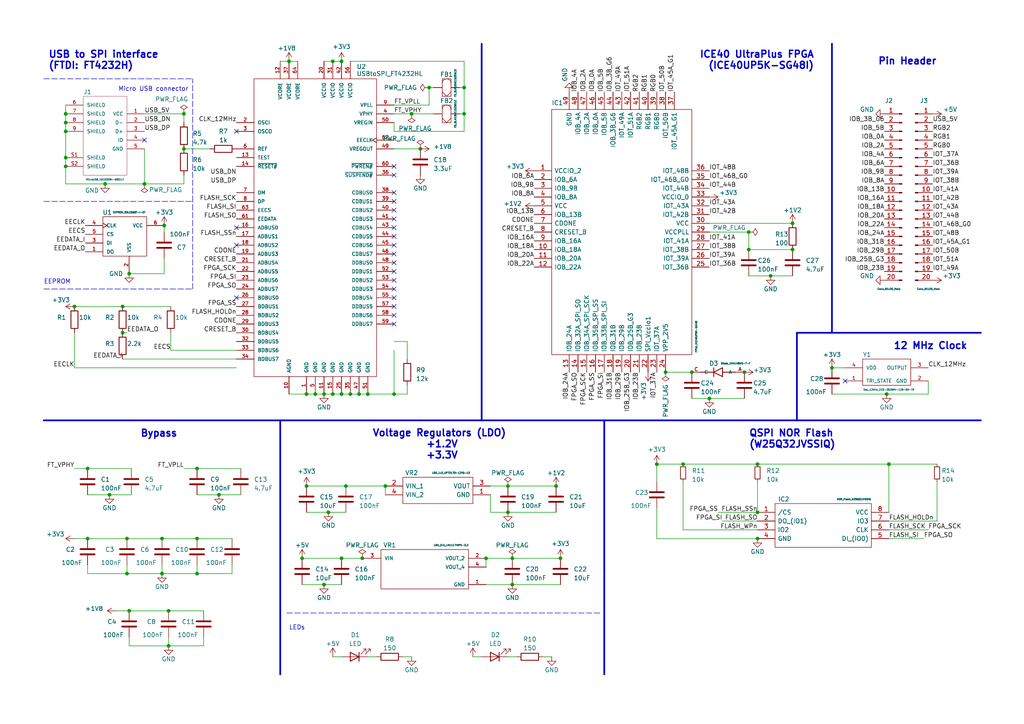
<source format=kicad_sch>
(kicad_sch (version 20230121) (generator eeschema)
  (paper "A4")
  (title_block (title "NB3 Hindbrain (FPGA) Board") (date "2021-07-09") (rev "0.0.1") (company "Voight-Kampff"))
  (junction (at 47.625 65.405) (diameter 0.9144))
  (junction (at 223.52 80.01) (diameter 0.9144))
  (junction (at 88.9 140.97) (diameter 0.9144))
  (junction (at 100.33 140.97) (diameter 0.9144))
  (junction (at 99.06 17.78) (diameter 0.9144))
  (junction (at 19.05 38.1) (diameter 0.9144))
  (junction (at 36.83 166.37) (diameter 0.9144))
  (junction (at 83.82 17.78) (diameter 0.9144))
  (junction (at 25.4 156.21) (diameter 0.9144))
  (junction (at 88.9 114.3))
  (junction (at 140.97 161.925) (diameter 0.9144))
  (junction (at 119.38 33.02) (diameter 0.9144))
  (junction (at 19.05 45.72) (diameter 0.9144))
  (junction (at 104.14 114.3))
  (junction (at 19.05 48.26) (diameter 0.9144))
  (junction (at 105.0848 161.925) (diameter 0.9144))
  (junction (at 99.06 161.925) (diameter 0.9144))
  (junction (at 25.4 135.89) (diameter 0.9144))
  (junction (at 57.15 135.89) (diameter 0.9144))
  (junction (at 95.25 148.59) (diameter 0.9144))
  (junction (at 229.87 64.77) (diameter 0.9144))
  (junction (at 200.66 107.95) (diameter 0.9144))
  (junction (at 57.15 166.37) (diameter 0.9144))
  (junction (at 36.83 156.21) (diameter 0.9144))
  (junction (at 190.5 134.62) (diameter 0.9144))
  (junction (at 106.68 114.3))
  (junction (at 96.52 17.78))
  (junction (at 198.12 134.62) (diameter 0.9144))
  (junction (at 41.91 53.34) (diameter 0.9144))
  (junction (at 241.3 106.68) (diameter 0.9144))
  (junction (at 219.71 148.59) (diameter 0.9144))
  (junction (at 46.99 156.21) (diameter 0.9144))
  (junction (at 148.59 169.545) (diameter 0.9144))
  (junction (at 147.32 148.59) (diameter 0.9144))
  (junction (at 93.98 114.3) (diameter 0.9144))
  (junction (at 219.71 156.21) (diameter 0.9144))
  (junction (at 219.71 134.62) (diameter 0.9144))
  (junction (at 63.5 143.51) (diameter 0.9144))
  (junction (at 53.34 33.02) (diameter 0.9144))
  (junction (at 30.48 53.34) (diameter 0.9144))
  (junction (at 37.465 177.165) (diameter 0.9144))
  (junction (at 121.92 43.18) (diameter 0.9144))
  (junction (at 147.32 140.97) (diameter 0.9144))
  (junction (at 57.15 156.21) (diameter 0.9144))
  (junction (at 114.3 114.3) (diameter 0.9144))
  (junction (at 31.75 143.51) (diameter 0.9144))
  (junction (at 148.59 161.925) (diameter 0.9144))
  (junction (at 48.895 177.165) (diameter 0.9144))
  (junction (at 257.175 114.3) (diameter 0.9144))
  (junction (at 205.74 115.57) (diameter 0.9144))
  (junction (at 87.63 161.925) (diameter 0.9144))
  (junction (at 101.6 114.3))
  (junction (at 37.465 79.375) (diameter 0.9144))
  (junction (at 91.44 114.3))
  (junction (at 21.59 88.9) (diameter 0.9144))
  (junction (at 217.17 67.31) (diameter 0.9144))
  (junction (at 96.52 114.3))
  (junction (at 19.05 35.56) (diameter 0.9144))
  (junction (at 161.29 140.97) (diameter 0.9144))
  (junction (at 35.56 88.9) (diameter 0.9144))
  (junction (at 215.9 107.95) (diameter 0.9144))
  (junction (at 46.99 166.37) (diameter 0.9144))
  (junction (at 134.62 33.02) (diameter 0.9144))
  (junction (at 229.87 72.39) (diameter 0.9144))
  (junction (at 53.34 43.18) (diameter 0.9144))
  (junction (at 257.81 134.62) (diameter 0.9144))
  (junction (at 111.76 140.97) (diameter 0.9144))
  (junction (at 99.06 114.3))
  (junction (at 193.04 107.95) (diameter 0.9144))
  (junction (at 35.56 96.52) (diameter 0.9144))
  (junction (at 93.98 169.545) (diameter 0.9144))
  (junction (at 124.46 25.4) (diameter 0.9144))
  (junction (at 162.56 161.925) (diameter 0.9144))
  (junction (at 48.895 187.325) (diameter 0.9144))
  (junction (at 19.05 33.02) (diameter 0.9144))
  (junction (at 134.62 25.4) (diameter 0.9144))
  (junction (at 217.17 72.39) (diameter 0.9144))
  (no_connect (at 114.3 48.26))
  (no_connect (at 114.3 50.8))
  (no_connect (at 68.58 66.04))
  (no_connect (at 68.58 71.12))
  (no_connect (at 114.3 55.88))
  (no_connect (at 114.3 58.42))
  (no_connect (at 114.3 60.96))
  (no_connect (at 114.3 63.5))
  (no_connect (at 114.3 66.04))
  (no_connect (at 114.3 68.58))
  (no_connect (at 114.3 71.12))
  (no_connect (at 114.3 73.66))
  (no_connect (at 114.3 76.2))
  (no_connect (at 114.3 78.74))
  (no_connect (at 114.3 81.28))
  (no_connect (at 114.3 83.82))
  (no_connect (at 114.3 86.36))
  (no_connect (at 114.3 88.9))
  (no_connect (at 114.3 91.44))
  (no_connect (at 114.3 93.98))
  (no_connect (at 245.11 110.49))
  (no_connect (at 68.58 38.1))
  (no_connect (at 68.58 86.36))
  (no_connect (at 41.91 40.64))
  (wire (pts (xy 37.465 177.165) (xy 48.895 177.165)))
  (wire (pts (xy 91.44 114.3) (xy 93.98 114.3)))
  (wire (pts (xy 217.17 67.31) (xy 217.17 72.39)))
  (wire (pts (xy 21.59 135.89) (xy 25.4 135.89)))
  (wire (pts (xy 25.4 135.89) (xy 38.1 135.89)))
  (polyline (pts (xy 241.3 96.52) (xy 284.48 96.52)) (stroke (width 0.5) (type solid)))
  (polyline (pts (xy 83.185 177.8) (xy 173.99 177.8)) (stroke (width 0) (type dash)))
  (wire (pts (xy 19.05 48.26) (xy 19.05 53.34)))
  (wire (pts (xy 19.05 53.34) (xy 30.48 53.34)))
  (wire (pts (xy 140.97 161.925) (xy 140.97 164.465)))
  (wire (pts (xy 114.3 114.3) (xy 114.3 101.6)))
  (wire (pts (xy 142.24 140.97) (xy 147.32 140.97)))
  (wire (pts (xy 46.99 166.37) (xy 57.15 166.37)))
  (wire (pts (xy 57.15 166.37) (xy 57.15 163.83)))
  (wire (pts (xy 25.4 166.37) (xy 36.83 166.37)))
  (wire (pts (xy 140.97 161.925) (xy 148.59 161.925)))
  (wire (pts (xy 30.48 53.34) (xy 41.91 53.34)))
  (wire (pts (xy 41.91 53.34) (xy 41.91 43.18)))
  (wire (pts (xy 41.91 33.02) (xy 53.34 33.02)))
  (wire (pts (xy 53.34 33.02) (xy 53.34 35.56)))
  (wire (pts (xy 63.5 143.51) (xy 69.85 143.51)))
  (wire (pts (xy 19.05 38.1) (xy 19.05 45.72)))
  (wire (pts (xy 100.33 140.97) (xy 111.76 140.97)))
  (wire (pts (xy 114.3 43.18) (xy 121.92 43.18)))
  (wire (pts (xy 87.63 169.545) (xy 93.98 169.545)))
  (wire (pts (xy 93.98 169.545) (xy 99.06 169.545)))
  (wire (pts (xy 21.59 88.9) (xy 35.56 88.9)))
  (wire (pts (xy 205.74 64.77) (xy 229.87 64.77)))
  (wire (pts (xy 88.9 140.97) (xy 100.33 140.97)))
  (wire (pts (xy 41.91 53.34) (xy 53.34 53.34)))
  (wire (pts (xy 53.34 53.34) (xy 53.34 50.8)))
  (wire (pts (xy 46.99 156.21) (xy 57.15 156.21)))
  (wire (pts (xy 48.895 177.165) (xy 59.055 177.165)))
  (wire (pts (xy 101.6 114.3) (xy 104.14 114.3)))
  (wire (pts (xy 133.35 25.4) (xy 134.62 25.4)))
  (wire (pts (xy 87.63 161.925) (xy 99.06 161.925)))
  (wire (pts (xy 217.17 80.01) (xy 223.52 80.01)))
  (wire (pts (xy 223.52 80.01) (xy 229.87 80.01)))
  (wire (pts (xy 53.34 135.89) (xy 57.15 135.89)))
  (wire (pts (xy 57.15 135.89) (xy 69.85 135.89)))
  (wire (pts (xy 133.35 33.02) (xy 134.62 33.02)))
  (wire (pts (xy 88.9 148.59) (xy 95.25 148.59)))
  (wire (pts (xy 96.52 114.3) (xy 99.06 114.3)))
  (polyline (pts (xy 12.7 22.86) (xy 55.88 22.86)) (stroke (width 0) (type dash)))
  (polyline (pts (xy 55.88 58.42) (xy 55.88 22.86)) (stroke (width 0) (type dash)))
  (wire (pts (xy 19.05 33.02) (xy 19.05 35.56)))
  (wire (pts (xy 21.59 96.52) (xy 21.59 106.68)))
  (wire (pts (xy 83.82 114.3) (xy 88.9 114.3)))
  (wire (pts (xy 114.3 30.48) (xy 124.46 30.48)))
  (wire (pts (xy 53.34 43.18) (xy 60.96 43.18)))
  (wire (pts (xy 134.62 17.78) (xy 134.62 25.4)))
  (wire (pts (xy 134.62 25.4) (xy 134.62 33.02)))
  (wire (pts (xy 134.62 33.02) (xy 134.62 38.1)))
  (polyline (pts (xy 12.7 58.42) (xy 55.88 58.42)) (stroke (width 0) (type dash)))
  (polyline (pts (xy 55.88 83.82) (xy 55.88 58.42)) (stroke (width 0) (type dash)))
  (wire (pts (xy 95.25 148.59) (xy 100.33 148.59)))
  (wire (pts (xy 241.3 106.68) (xy 245.11 106.68)))
  (wire (pts (xy 47.625 65.405) (xy 47.625 67.31)))
  (wire (pts (xy 57.15 166.37) (xy 67.31 166.37)))
  (wire (pts (xy 67.31 166.37) (xy 67.31 163.83)))
  (wire (pts (xy 36.83 163.83) (xy 36.83 166.37)))
  (wire (pts (xy 208.28 148.59) (xy 219.71 148.59)))
  (wire (pts (xy 198.12 153.67) (xy 198.12 139.7)))
  (wire (pts (xy 219.71 153.67) (xy 198.12 153.67)))
  (wire (pts (xy 118.11 111.76) (xy 118.11 114.3)))
  (wire (pts (xy 118.11 114.3) (xy 114.3 114.3)))
  (wire (pts (xy 114.3 33.02) (xy 119.38 33.02)))
  (wire (pts (xy 147.32 148.59) (xy 161.29 148.59)))
  (wire (pts (xy 190.5 147.32) (xy 190.5 156.21)))
  (wire (pts (xy 190.5 156.21) (xy 219.71 156.21)))
  (polyline (pts (xy 139.7 121.92) (xy 231.14 121.92)) (stroke (width 0.5) (type solid)))
  (polyline (pts (xy 231.14 96.52) (xy 241.3 96.52)) (stroke (width 0.5) (type solid)))
  (polyline (pts (xy 231.14 121.92) (xy 231.14 96.52)) (stroke (width 0.5) (type solid)))
  (polyline (pts (xy 241.3 12.7) (xy 241.3 96.52)) (stroke (width 0.5) (type solid)))
  (wire (pts (xy 119.38 33.02) (xy 125.73 33.02)))
  (wire (pts (xy 190.5 134.62) (xy 190.5 139.7)))
  (wire (pts (xy 198.12 134.62) (xy 190.5 134.62)))
  (wire (pts (xy 96.52 190.5) (xy 99.06 190.5)))
  (wire (pts (xy 147.32 140.97) (xy 161.29 140.97)))
  (wire (pts (xy 104.14 114.3) (xy 106.68 114.3)))
  (wire (pts (xy 116.84 190.5) (xy 119.38 190.5)))
  (wire (pts (xy 114.3 38.1) (xy 114.3 35.56)))
  (wire (pts (xy 134.62 38.1) (xy 114.3 38.1)))
  (wire (pts (xy 96.52 17.78) (xy 99.06 17.78)))
  (wire (pts (xy 25.4 156.21) (xy 36.83 156.21)))
  (wire (pts (xy 157.48 190.5) (xy 160.02 190.5)))
  (wire (pts (xy 37.465 184.785) (xy 37.465 187.325)))
  (wire (pts (xy 140.97 169.545) (xy 148.59 169.545)))
  (wire (pts (xy 88.9 114.3) (xy 91.44 114.3)))
  (wire (pts (xy 33.655 177.165) (xy 37.465 177.165)))
  (wire (pts (xy 219.71 139.7) (xy 219.71 148.59)))
  (wire (pts (xy 101.6 17.78) (xy 134.62 17.78)))
  (wire (pts (xy 257.81 151.13) (xy 271.78 151.13)))
  (wire (pts (xy 271.78 139.7) (xy 271.78 151.13)))
  (wire (pts (xy 49.53 101.6) (xy 68.58 101.6)))
  (wire (pts (xy 37.465 187.325) (xy 48.895 187.325)))
  (wire (pts (xy 25.4 143.51) (xy 31.75 143.51)))
  (wire (pts (xy 31.75 143.51) (xy 38.1 143.51)))
  (wire (pts (xy 257.81 156.21) (xy 267.97 156.21)))
  (wire (pts (xy 99.06 114.3) (xy 101.6 114.3)))
  (wire (pts (xy 209.55 151.13) (xy 219.71 151.13)))
  (polyline (pts (xy 231.14 121.92) (xy 284.48 121.92)) (stroke (width 0.5) (type solid)))
  (wire (pts (xy 147.32 190.5) (xy 149.86 190.5)))
  (wire (pts (xy 49.53 96.52) (xy 49.53 101.6)))
  (wire (pts (xy 193.04 107.95) (xy 200.66 107.95)))
  (wire (pts (xy 106.68 190.5) (xy 109.22 190.5)))
  (wire (pts (xy 217.17 72.39) (xy 229.87 72.39)))
  (wire (pts (xy 36.83 156.21) (xy 46.99 156.21)))
  (wire (pts (xy 99.06 161.925) (xy 105.0848 161.925)))
  (wire (pts (xy 105.0848 161.925) (xy 105.41 161.925)))
  (polyline (pts (xy 175.26 121.92) (xy 175.26 165.1)) (stroke (width 0.5) (type solid)))
  (wire (pts (xy 48.895 187.325) (xy 59.055 187.325)))
  (polyline (pts (xy 12.7 83.82) (xy 55.88 83.82)) (stroke (width 0) (type dash)))
  (wire (pts (xy 142.24 143.51) (xy 142.24 148.59)))
  (wire (pts (xy 142.24 148.59) (xy 147.32 148.59)))
  (polyline (pts (xy 81.28 195.58) (xy 81.28 121.92)) (stroke (width 0.5) (type solid)))
  (polyline (pts (xy 175.26 165.1) (xy 175.26 195.58)) (stroke (width 0.5) (type solid)))
  (wire (pts (xy 35.56 96.52) (xy 36.83 96.52)))
  (wire (pts (xy 57.15 143.51) (xy 63.5 143.51)))
  (wire (pts (xy 57.15 156.21) (xy 67.31 156.21)))
  (wire (pts (xy 35.56 88.9) (xy 49.53 88.9)))
  (wire (pts (xy 114.3 99.06) (xy 118.11 99.06)))
  (wire (pts (xy 118.11 99.06) (xy 118.11 104.14)))
  (wire (pts (xy 198.12 134.62) (xy 219.71 134.62)))
  (wire (pts (xy 124.46 25.4) (xy 124.46 30.48)))
  (wire (pts (xy 125.73 25.4) (xy 124.46 25.4)))
  (wire (pts (xy 93.98 114.3) (xy 96.52 114.3)))
  (wire (pts (xy 47.625 74.93) (xy 47.625 79.375)))
  (wire (pts (xy 47.625 79.375) (xy 37.465 79.375)))
  (wire (pts (xy 241.3 114.3) (xy 257.175 114.3)))
  (wire (pts (xy 257.175 114.3) (xy 269.24 114.3)))
  (wire (pts (xy 269.24 114.3) (xy 269.24 110.49)))
  (wire (pts (xy 257.81 148.59) (xy 257.81 134.62)))
  (wire (pts (xy 81.28 17.78) (xy 83.82 17.78)))
  (wire (pts (xy 83.82 17.78) (xy 86.36 17.78)))
  (wire (pts (xy 93.98 17.78) (xy 96.52 17.78)))
  (wire (pts (xy 21.59 106.68) (xy 68.58 106.68)))
  (wire (pts (xy 219.71 134.62) (xy 257.81 134.62)))
  (wire (pts (xy 257.81 134.62) (xy 271.78 134.62)))
  (wire (pts (xy 35.56 104.14) (xy 68.58 104.14)))
  (wire (pts (xy 19.05 30.48) (xy 19.05 33.02)))
  (wire (pts (xy 46.99 163.83) (xy 46.99 166.37)))
  (wire (pts (xy 99.06 17.78) (xy 99.06 17.78)))
  (wire (pts (xy 205.74 67.31) (xy 217.17 67.31)))
  (wire (pts (xy 19.05 45.72) (xy 19.05 48.26)))
  (wire (pts (xy 111.76 140.97) (xy 111.76 143.51)))
  (wire (pts (xy 257.81 153.67) (xy 269.24 153.67)))
  (wire (pts (xy 106.68 114.3) (xy 114.3 114.3)))
  (wire (pts (xy 148.59 169.545) (xy 162.56 169.545)))
  (wire (pts (xy 59.055 184.785) (xy 59.055 187.325)))
  (wire (pts (xy 36.83 166.37) (xy 46.99 166.37)))
  (wire (pts (xy 148.59 161.925) (xy 162.56 161.925)))
  (wire (pts (xy 21.59 156.21) (xy 25.4 156.21)))
  (wire (pts (xy 200.66 115.57) (xy 205.74 115.57)))
  (wire (pts (xy 205.74 115.57) (xy 215.9 115.57)))
  (wire (pts (xy 19.05 35.56) (xy 19.05 38.1)))
  (wire (pts (xy 137.16 190.5) (xy 139.7 190.5)))
  (wire (pts (xy 48.895 184.785) (xy 48.895 187.325)))
  (wire (pts (xy 25.4 163.83) (xy 25.4 166.37)))
  (polyline (pts (xy 12.7 121.92) (xy 139.7 121.92)) (stroke (width 0.5) (type solid)))
  (polyline (pts (xy 139.7 12.7) (xy 139.7 121.92)) (stroke (width 0.5) (type solid)))
  (text "12 MHz Clock" (at 280.67 101.6 0) (effects (font (size 2 2) (thickness 0.4) bold) (justify right bottom)))
  (text "ICE40 UltraPlus FPGA\n(ICE40UP5K-SG48I)" (at 236.22 20.32 0) (effects (font (size 2 2) (thickness 0.4) bold) (justify right bottom)))
  (text "Pin Header" (at 271.78 19.05 0) (effects (font (size 2 2) (thickness 0.4) bold) (justify right bottom)))
  (text "Micro USB connector" (at 34.29 26.67 0) (effects (font (size 1.27 1.27)) (justify left bottom)))
  (text "Voltage Regulators (LDO)\n  		+1.2V\n  		+3.3V" (at 107.95 133.35 0) (effects (font (size 2 2) (thickness 0.4) bold) (justify left bottom)))
  (text "LEDs" (at 83.82 182.88 0) (effects (font (size 1.27 1.27)) (justify left bottom)))
  (text "QSPI NOR Flash\n(W25Q32JVSSIQ)" (at 217.17 130.175 0) (effects (font (size 2 2) (thickness 0.4) bold) (justify left bottom)))
  (text "Bypass" (at 40.64 127 0) (effects (font (size 2 2) (thickness 0.4) bold) (justify left bottom)))
  (text "EEPROM" (at 12.7 82.55 0) (effects (font (size 1.27 1.27)) (justify left bottom)))
  (text "USB to SPI interface\n(FTDI: FT4232H)" (at 13.97 20.32 0) (effects (font (size 2 2) (thickness 0.4) bold) (justify left bottom)))
  (label "IOB_13B" (at 154.94 62.23 180))
  (label "IOB_13B" (at 256.54 55.88 180))
  (label "FT_VPLL" (at 53.34 135.89 180))
  (label "IOT_44B" (at 270.51 63.5 0))
  (label "IOT_45A_G1" (at 270.51 71.12 0))
  (label "RGB1" (at 187.96 26.67 90))
  (label "FPGA_SO" (at 167.64 107.95 270))
  (label "FLASH_SCK" (at 68.58 58.42 180))
  (label "FPGA_SCK" (at 269.24 153.67 0))
  (label "EEDATA_O" (at 24.765 73.025 180))
  (label "FLASH_HOLDn" (at 257.81 151.13 0))
  (label "IOT_42B" (at 270.51 58.42 0))
  (label "IOB_6A" (at 154.94 52.07 180))
  (label "FPGA_SO" (at 68.58 83.82 180))
  (label "USB_DN" (at 68.58 50.8 180))
  (label "EEDATA_I" (at 24.765 70.485 180))
  (label "IOB_8A" (at 256.54 53.34 180))
  (label "CLK_12MHz" (at 269.24 106.68 0))
  (label "USB_5V" (at 270.51 35.56 0))
  (label "RGB0" (at 270.51 43.18 0))
  (label "EECS" (at 24.765 67.945 180))
  (label "FLASH_SSn" (at 68.58 68.58 180))
  (label "FT_VPHY" (at 114.3 33.02 0))
  (label "IOT_50B" (at 193.04 26.67 90))
  (label "IOB_0A" (at 172.72 26.67 90))
  (label "FPGA_SO" (at 267.97 156.21 0))
  (label "FLASH_SO" (at 68.58 63.5 180))
  (label "IOT_42B" (at 205.74 62.23 0))
  (label "IOB_23B" (at 256.54 78.74 180))
  (label "IOT_43A" (at 205.74 59.69 0))
  (label "IOB_5B" (at 175.26 26.67 90))
  (label "IOB_9B" (at 256.54 50.8 180))
  (label "FPGA_SCK" (at 68.58 78.74 180))
  (label "CDONE" (at 68.58 73.66 180))
  (label "RGB2" (at 270.51 38.1 0))
  (label "EEDATA_I" (at 35.56 104.14 180))
  (label "IOT_50B" (at 270.51 73.66 0))
  (label "FLASH_SI" (at 257.81 156.21 0))
  (label "IOB_22A" (at 154.94 77.47 180))
  (label "USB_5V" (at 41.91 33.02 0))
  (label "IOB_16A" (at 256.54 58.42 180))
  (label "IOB_24A" (at 256.54 68.58 180))
  (label "IOB_29B" (at 256.54 73.66 180))
  (label "FLASH_SI" (at 68.58 60.96 180))
  (label "FPGA_SS" (at 68.58 88.9 180))
  (label "IOB_4A" (at 167.64 26.67 90))
  (label "CRESET_B" (at 154.94 67.31 180))
  (label "IOT_39A" (at 205.74 74.93 0))
  (label "IOB_4A" (at 256.54 45.72 180))
  (label "RGB1" (at 270.51 40.64 0))
  (label "CRESET_B" (at 68.58 76.2 180))
  (label "CRESET_B" (at 68.58 96.52 180))
  (label "FLASH_SSn" (at 219.71 148.59 180))
  (label "IOT_48B" (at 205.74 49.53 0))
  (label "USB_DP" (at 41.91 38.1 0))
  (label "IOB_9B" (at 154.94 54.61 180))
  (label "IOB_3B_G6" (at 256.54 35.56 180))
  (label "EEDATA_O" (at 36.83 96.52 0))
  (label "FT_VPHY" (at 21.59 135.89 180))
  (label "IOB_3B_G6" (at 177.8 26.67 90))
  (label "RGB2" (at 185.42 26.67 90))
  (label "IOT_44B" (at 205.74 54.61 0))
  (label "FLASH_SO" (at 219.71 151.13 180))
  (label "IOB_0A" (at 256.54 40.64 180))
  (label "IOB_2A" (at 256.54 43.18 180))
  (label "IOB_18A" (at 154.94 72.39 180))
  (label "FPGA_SI" (at 209.55 151.13 180))
  (label "EECLK" (at 24.765 65.405 180))
  (label "IOB_2A" (at 170.18 26.67 90))
  (label "FLASH_SCK" (at 257.81 153.67 0))
  (label "FPGA_SI" (at 175.26 107.95 270))
  (label "IOB_16A" (at 154.94 69.85 180))
  (label "CDONE" (at 154.94 64.77 180))
  (label "FPGA_SCK" (at 170.18 107.95 270))
  (label "FPGA_SS" (at 172.72 107.95 270))
  (label "IOT_37A" (at 190.5 107.95 270))
  (label "IOB_24A" (at 165.1 107.95 270))
  (label "CLK_12MHz" (at 68.58 35.56 180))
  (label "IOB_31B" (at 177.8 107.95 270))
  (label "IOB_29B" (at 180.34 107.95 270))
  (label "IOB_18A" (at 256.54 60.96 180))
  (label "FPGA_SS" (at 208.28 148.59 180))
  (label "IOT_38B" (at 270.51 53.34 0))
  (label "USB_DP" (at 68.58 53.34 180))
  (label "IOT_46B_G0" (at 270.51 66.04 0))
  (label "IOT_48B" (at 270.51 68.58 0))
  (label "IOT_46B_G0" (at 205.74 52.07 0))
  (label "FLASH_HOLDn" (at 68.58 91.44 180))
  (label "EECS" (at 49.53 101.6 180))
  (label "IOT_36B" (at 205.74 77.47 0))
  (label "IOB_20A" (at 154.94 74.93 180))
  (label "IOT_41A" (at 270.51 55.88 0))
  (label "USB_DN" (at 41.91 35.56 0))
  (label "IOB_6A" (at 256.54 48.26 180))
  (label "IOT_45A_G1" (at 195.58 26.67 90))
  (label "IOB_5B" (at 256.54 38.1 180))
  (label "FT_VPLL" (at 114.3 30.48 0))
  (label "IOT_49A" (at 180.34 26.67 90))
  (label "IOB_8A" (at 154.94 57.15 180))
  (label "FLASH_WPn" (at 219.71 153.67 180))
  (label "IOB_25B_G3" (at 256.54 76.2 180))
  (label "RGB0" (at 190.5 26.67 90))
  (label "FPGA_SI" (at 68.58 81.28 180))
  (label "IOT_51A" (at 182.88 26.67 90))
  (label "IOT_49A" (at 270.51 78.74 0))
  (label "IOT_43A" (at 270.51 60.96 0))
  (label "IOB_22A" (at 256.54 66.04 180))
  (label "IOT_38B" (at 205.74 72.39 0))
  (label "IOT_41A" (at 205.74 69.85 0))
  (label "EECLK" (at 21.59 106.68 180))
  (label "IOT_37A" (at 270.51 45.72 0))
  (label "IOB_23B" (at 185.42 107.95 270))
  (label "IOB_31B" (at 256.54 71.12 180))
  (label "IOB_20A" (at 256.54 63.5 180))
  (label "IOT_51A" (at 270.51 76.2 0))
  (label "IOT_39A" (at 270.51 50.8 0))
  (label "CDONE" (at 68.58 93.98 180))
  (label "IOT_36B" (at 270.51 48.26 0))
  (label "IOB_25B_G3" (at 182.88 107.95 270))
  (symbol (lib_id "power:+3V3") (at 190.5 134.62 0) (unit 1)
    (property "Reference" "#PWR032" (effects hide))
    (property "Value" "+3V3" (at 190.5 130.3654 0))
  )
  (symbol (lib_id "power:GND") (at 31.75 143.51 0) (unit 1)
    (property "Reference" "#PWR04" (effects hide))
    (property "Value" "GND" (at 31.75 147.32 0))
  )
  (symbol (lib_id "Device:C") (at 36.83 160.02 180) (unit 1)
    (property "Reference" "C3" (at 30.48 159.3849 0) (effects (justify right)))
    (property "Value" "100nF" (at 29.21 163.1949 0) (effects (justify right)))
    (property "Footprint" "Capacitor_SMD:C_0402_1005Metric" (effects hide))
  )
  (symbol (lib_id "Device:C") (at 37.465 180.975 180) (unit 1)
    (property "Reference" "C4" (at 31.115 180.3399 0) (effects (justify right)))
    (property "Value" "100nF" (at 29.845 184.1499 0) (effects (justify right)))
    (property "Footprint" "Capacitor_SMD:C_0402_1005Metric" (effects hide))
  )
  (symbol (lib_id "power:+3V3") (at 215.9 107.95 270) (unit 1)
    (property "Reference" "#PWR035" (effects hide))
    (property "Value" "+3V3" (at 218.44 107.3149 90) (effects (justify left)))
  )
  (symbol (lib_id "NB3_hindbrain:Osc_12MHz_ECS-2520MV-120-BN-TR") (at 250.19 104.14 0) (unit 1)
    (property "Reference" "Y1" (at 251.46 102.87 0))
    (property "Value" "Osc_12MHz_ECS-2520MV-120-BN-TR" (at 257.81 113.03 0) (effects (font (size 0.5 0.5))))
    (property "Footprint" "NB3_hindbrain:Osc_12MHz_ECS-2520MV-120-BN-TR" (effects hide))
  )
  (symbol (lib_id "Device:C") (at 100.33 144.78 0) (unit 1)
    (property "Reference" "C17" (at 104.14 144.1449 0) (effects (justify left)))
    (property "Value" "100nF" (at 104.14 146.6849 0) (effects (justify left)))
    (property "Footprint" "Capacitor_SMD:C_0402_1005Metric" (effects hide))
  )
  (symbol (lib_id "Device:C") (at 67.31 160.02 180) (unit 1)
    (property "Reference" "C12" (at 60.96 159.3849 0) (effects (justify right)))
    (property "Value" "100nF" (at 59.69 163.1949 0) (effects (justify right)))
    (property "Footprint" "Capacitor_SMD:C_0402_1005Metric" (effects hide))
  )
  (symbol (lib_id "power:GND") (at 165.1 26.67 180) (unit 1)
    (property "Reference" "#PWR030" (effects hide))
    (property "Value" "GND" (at 163.83 23.6854 90) (effects (justify right)))
  )
  (symbol (lib_id "Device:C") (at 25.4 160.02 180) (unit 1)
    (property "Reference" "C2" (at 19.05 159.3849 0) (effects (justify right)))
    (property "Value" "100nF" (at 17.78 163.1949 0) (effects (justify right)))
    (property "Footprint" "Capacitor_SMD:C_0402_1005Metric" (effects hide))
  )
  (symbol (lib_id "Device:C") (at 38.1 139.7 0) (unit 1)
    (property "Reference" "C5" (at 41.91 139.0649 0) (effects (justify left)))
    (property "Value" "4.7uF" (at 41.91 141.6049 0) (effects (justify left)))
    (property "Footprint" "Capacitor_SMD:C_0603_1608Metric" (effects hide))
  )
  (symbol (lib_id "power:PWR_FLAG") (at 148.59 161.925 0) (unit 1)
    (property "Reference" "#FLG08" (effects hide))
    (property "Value" "PWR_FLAG" (at 148.59 158.115 0))
  )
  (symbol (lib_id "power:PWR_FLAG") (at 121.92 43.18 0) (unit 1)
    (property "Reference" "#FLG05" (effects hide))
    (property "Value" "PWR_FLAG" (at 120.65 40.1956 0) (effects (justify right)))
  )
  (symbol (lib_id "Device:R") (at 35.56 100.33 0) (unit 1)
    (property "Reference" "R3" (at 30.48 99.6949 0) (effects (justify left)))
    (property "Value" "2.2k" (at 36.83 99.6949 0) (effects (justify left)))
    (property "Footprint" "Resistor_SMD:R_0402_1005Metric" (effects hide))
  )
  (symbol (lib_id "Device:R") (at 64.77 43.18 90) (unit 1)
    (property "Reference" "R7" (at 64.77 38.1 90))
    (property "Value" "1k" (at 64.77 40.64 90))
    (property "Footprint" "Resistor_SMD:R_0402_1005Metric" (effects hide))
  )
  (symbol (lib_id "Device:R") (at 49.53 92.71 0) (unit 1)
    (property "Reference" "R4" (at 44.45 92.0749 0) (effects (justify left)))
    (property "Value" "10k" (at 50.8 92.0749 0) (effects (justify left)))
    (property "Footprint" "Resistor_SMD:R_0402_1005Metric" (effects hide))
  )
  (symbol (lib_id "power:+1V8") (at 83.82 17.78 0) (unit 1)
    (property "Reference" "#PWR011" (effects hide))
    (property "Value" "+1V8" (at 83.1849 13.97 0))
  )
  (symbol (lib_id "power:GND") (at 95.25 148.59 0) (unit 1)
    (property "Reference" "#PWR016" (effects hide))
    (property "Value" "GND" (at 95.25 152.4 0))
  )
  (symbol (lib_id "power:GND") (at 205.74 115.57 0) (unit 1)
    (property "Reference" "#PWR034" (effects hide))
    (property "Value" "GND" (at 205.74 119.38 0))
  )
  (symbol (lib_id "Device:C") (at 87.63 165.735 0) (unit 1)
    (property "Reference" "C14" (at 91.44 165.0999 0) (effects (justify left)))
    (property "Value" "10uF" (at 91.44 167.6399 0) (effects (justify left)))
    (property "Footprint" "Capacitor_SMD:C_0603_1608Metric" (effects hide))
  )
  (symbol (lib_id "Device:R_Small") (at 219.71 137.16 0) (unit 1)
    (property "Reference" "R12" (at 222.25 136.5249 0) (effects (justify left)))
    (property "Value" "10k" (at 222.25 139.0649 0) (effects (justify left)))
    (property "Footprint" "Resistor_SMD:R_0402_1005Metric" (effects hide))
  )
  (symbol (lib_id "NB3_hindbrain:MicroUSB_10103594-0001LF") (at 36.83 27.94 0) (mirror y) (unit 1)
    (property "Reference" "J1" (at 25.4 26.67 0))
    (property "Value" "MicroUSB_10103594-0001LF" (at 30.48 52.07 0) (effects (font (size 0.5 0.5))))
    (property "Footprint" "NB3_hindbrain:MicroUSB_10103594-0001LF" (effects hide))
    (property "Datasheet" "A" (effects hide))
    (property "Field4" "Amphenol" (effects hide))
    (property "Field5" "Manufacturer Recommendations" (effects hide))
    (property "Field6" "2.99 mm" (effects hide))
  )
  (symbol (lib_id "Device:R") (at 21.59 92.71 0) (unit 1)
    (property "Reference" "R1" (at 16.51 92.0749 0) (effects (justify left)))
    (property "Value" "10k" (at 22.86 92.0749 0) (effects (justify left)))
    (property "Footprint" "Resistor_SMD:R_0402_1005Metric" (effects hide))
  )
  (symbol (lib_id "power:+3V3") (at 241.3 106.68 0) (unit 1)
    (property "Reference" "#PWR039" (effects hide))
    (property "Value" "+3V3" (at 241.3 102.87 0))
  )
  (symbol (lib_id "Device:C") (at 241.3 110.49 180) (unit 1)
    (property "Reference" "C28" (at 234.95 109.8549 0) (effects (justify right)))
    (property "Value" "100nF" (at 233.68 113.6649 0) (effects (justify right)))
    (property "Footprint" "Capacitor_SMD:C_0402_1005Metric" (effects hide))
  )
  (symbol (lib_id "Device:R_Small") (at 198.12 137.16 0) (unit 1)
    (property "Reference" "R11" (at 200.66 136.5249 0) (effects (justify left)))
    (property "Value" "10k" (at 200.66 139.0649 0) (effects (justify left)))
    (property "Footprint" "Resistor_SMD:R_0402_1005Metric" (effects hide))
  )
  (symbol (lib_id "Device:R") (at 153.67 190.5 90) (unit 1)
    (property "Reference" "R10" (at 153.67 185.42 90))
    (property "Value" "150" (at 153.67 187.96 90))
    (property "Footprint" "Resistor_SMD:R_0402_1005Metric" (effects hide))
  )
  (symbol (lib_id "power:GND") (at 219.71 156.21 0) (unit 1)
    (property "Reference" "#PWR036" (effects hide))
    (property "Value" "GND" (at 219.71 160.02 0))
  )
  (symbol (lib_id "power:GND") (at 256.54 33.02 270) (unit 1)
    (property "Reference" "#PWR040" (effects hide))
    (property "Value" "GND" (at 251.46 31.75 90))
  )
  (symbol (lib_id "power:GND") (at 46.99 166.37 0) (unit 1)
    (property "Reference" "#PWR07" (effects hide))
    (property "Value" "GND" (at 46.99 170.18 0))
  )
  (symbol (lib_id "power:PWR_FLAG") (at 147.32 140.97 0) (unit 1)
    (property "Reference" "#FLG07" (effects hide))
    (property "Value" "PWR_FLAG" (at 147.32 137.16 0))
  )
  (symbol (lib_id "Device:C") (at 229.87 76.2 0) (unit 1)
    (property "Reference" "C27" (at 233.68 75.5649 0) (effects (justify left)))
    (property "Value" "4.7uF" (at 233.68 78.1049 0) (effects (justify left)))
    (property "Footprint" "Capacitor_SMD:C_0603_1608Metric" (effects hide))
  )
  (symbol (lib_id "Device:C") (at 59.055 180.975 180) (unit 1)
    (property "Reference" "C11" (at 52.705 180.3399 0) (effects (justify right)))
    (property "Value" "100nF" (at 51.435 184.1499 0) (effects (justify right)))
    (property "Footprint" "Capacitor_SMD:C_0402_1005Metric" (effects hide))
  )
  (symbol (lib_id "Connector:Conn_01x20_Male") (at 265.43 55.88 0) (unit 1)
    (property "Reference" "J3" (at 267.97 29.21 0))
    (property "Value" "Conn_01x20_Male" (at 269.24 83.82 0) (effects (font (size 0.5 0.5))))
    (property "Footprint" "Connector_PinHeader_2.54mm:PinHeader_1x20_P2.54mm_Vertical" (effects hide))
  )
  (symbol (lib_id "Device:C") (at 147.32 144.78 0) (unit 1)
    (property "Reference" "C19" (at 151.13 144.1449 0) (effects (justify left)))
    (property "Value" "100nF" (at 151.13 146.6849 0) (effects (justify left)))
    (property "Footprint" "Capacitor_SMD:C_0402_1005Metric" (effects hide))
  )
  (symbol (lib_id "power:+5V") (at 87.63 161.925 0) (unit 1)
    (property "Reference" "#PWR012" (effects hide))
    (property "Value" "+5V" (at 87.63 158.115 0))
  )
  (symbol (lib_id "NB3_hindbrain:LDO_1v2_AP7217D-12YG-13") (at 116.84 138.43 0) (unit 1)
    (property "Reference" "VR2" (at 119.38 137.16 0))
    (property "Value" "LDO_1v2_AP7217D-12YG-13" (at 130.81 137.16 0) (effects (font (size 0.5 0.5))))
    (property "Footprint" "NB3_hindbrain:LDO_1v2_AP7217D-12YG-13" (effects hide))
    (property "Datasheet" "https://www.diodes.com/assets/Datasheets/AP7217D.pdf" (effects hide))
    (property "Description" "Diodes Inc AP7217D-12YG-13, Single Linear Voltage Regulator, 600mA 1.2 V, 3-Pin SOT-89" (effects hide))
    (property "Height" "1.6" (effects hide))
    (property "Manufacturer_Name" "Diodes Inc." (effects hide))
    (property "Manufacturer_Part_Number" "AP7217D-12YG-13" (effects hide))
    (property "Mouser Part Number" "621-AP7217D-12YG-13" (effects hide))
    (property "Mouser Price/Stock" "https://www.mouser.co.uk/ProductDetail/Diodes-Incorporated/AP7217D-12YG-13?qs=oUsD4qhOtFxAsgfC3gYrSw%3D%3D" (effects hide))
    (property "Arrow Part Number" "AP7217D-12YG-13" (effects hide))
    (property "Arrow Price/Stock" "https://www.arrow.com/en/products/ap7217d-12yg-13/diodes-incorporated" (effects hide))
  )
  (symbol (lib_id "NB3_hindbrain:FB_BLM18HE152SN1D") (at 128.27 22.86 0) (unit 1)
    (property "Reference" "FB1" (at 129.54 21.59 0))
    (property "Value" "FB_BLM18HE152SN1D" (at 132.08 24.13 90) (effects (font (size 0.5 0.5))))
    (property "Footprint" "NB3_hindbrain:FB_BLM18HE152SN1D" (effects hide))
  )
  (symbol (lib_id "power:GND") (at 160.02 190.5 0) (unit 1)
    (property "Reference" "#PWR027" (effects hide))
    (property "Value" "GND" (at 160.02 194.31 0))
  )
  (symbol (lib_id "power:GND") (at 147.32 148.59 0) (unit 1)
    (property "Reference" "#PWR023" (effects hide))
    (property "Value" "GND" (at 147.32 152.4 0))
  )
  (symbol (lib_id "Device:R") (at 118.11 107.95 0) (unit 1)
    (property "Reference" "R9" (at 120.65 107.3149 0) (effects (justify left)))
    (property "Value" "12k" (at 120.65 109.8549 0) (effects (justify left)))
    (property "Footprint" "Resistor_SMD:R_0402_1005Metric" (effects hide))
  )
  (symbol (lib_id "power:+1V2") (at 229.87 64.77 0) (unit 1)
    (property "Reference" "#PWR038" (effects hide))
    (property "Value" "+1V2" (at 229.87 60.96 0))
  )
  (symbol (lib_id "power:GND") (at 256.54 81.28 270) (unit 1)
    (property "Reference" "#PWR041" (effects hide))
    (property "Value" "GND" (at 251.46 80.01 90))
  )
  (symbol (lib_id "Device:C") (at 162.56 165.735 0) (unit 1)
    (property "Reference" "C22" (at 166.37 165.0999 0) (effects (justify left)))
    (property "Value" "10uF" (at 166.37 167.6399 0) (effects (justify left)))
    (property "Footprint" "Capacitor_SMD:C_0603_1608Metric" (effects hide))
  )
  (symbol (lib_id "power:PWR_FLAG") (at 53.34 33.02 0) (unit 1)
    (property "Reference" "#FLG02" (effects hide))
    (property "Value" "PWR_FLAG" (at 54.61 28.7656 0) (effects (justify right)))
  )
  (symbol (lib_id "Device:R_Small") (at 271.78 137.16 180) (unit 1)
    (property "Reference" "R14" (at 273.05 136.5249 0) (effects (justify right)))
    (property "Value" "10k" (at 273.05 139.0649 0) (effects (justify right)))
    (property "Footprint" "Resistor_SMD:R_0402_1005Metric" (effects hide))
  )
  (symbol (lib_id "Device:C") (at 57.15 139.7 0) (unit 1)
    (property "Reference" "C9" (at 60.96 139.0649 0) (effects (justify left)))
    (property "Value" "100nF" (at 60.96 141.6049 0) (effects (justify left)))
    (property "Footprint" "Capacitor_SMD:C_0402_1005Metric" (effects hide))
  )
  (symbol (lib_id "NB3_hindbrain:FPGA_ICE40UP5K-SG48I") (at 160.02 31.75 0) (unit 1)
    (property "Reference" "IC1" (at 160.02 29.8449 0) (effects (justify left)))
    (property "Value" "FPGA_ICE40UP5K-SG48I" (at 201.93 102.2349 90) (effects (font (size 0.5 0.5)) (justify left)))
    (property "Footprint" "NB3_hindbrain:FPGA_ICE40UP5K-SG48I" (effects hide))
    (property "Datasheet" "http://www.latticesemi.com/view_document?document_id=51968" (effects hide))
    (property "Description" "FPGA - Field Programmable Gate Array iCE40-UltraPlus, 5280 LUTs, 1.2V" (effects hide))
    (property "Height" "1" (effects hide))
    (property "Manufacturer_Name" "Lattice Semiconductor" (effects hide))
    (property "Manufacturer_Part_Number" "ICE40UP5K-SG48I" (effects hide))
    (property "Mouser Part Number" "842-ICE40UP5K-SG48I" (effects hide))
    (property "Mouser Price/Stock" "https://www.mouser.co.uk/ProductDetail/Lattice/ICE40UP5K-SG48I?qs=Rp3RbKSfAt3UqOG1AN4%2FAg%3D%3D" (effects hide))
    (property "Arrow Part Number" "ICE40UP5K-SG48I" (effects hide))
    (property "Arrow Price/Stock" "https://www.arrow.com/en/products/ice40up5k-sg48i/lattice-semiconductor?region=nac" (effects hide))
  )
  (symbol (lib_id "Device:C") (at 47.625 71.12 0) (unit 1)
    (property "Reference" "C7" (at 53.975 71.7551 0) (effects (justify right)))
    (property "Value" "100nF" (at 55.245 67.9451 0) (effects (justify right)))
    (property "Footprint" "Capacitor_SMD:C_0402_1005Metric" (effects hide))
  )
  (symbol (lib_id "power:+3V3") (at 99.06 17.78 0) (unit 1)
    (property "Reference" "#PWR018" (effects hide))
    (property "Value" "+3V3" (at 99.06 13.5254 0))
  )
  (symbol (lib_id "Device:C") (at 190.5 143.51 180) (unit 1)
    (property "Reference" "C23" (at 184.15 142.8749 0) (effects (justify right)))
    (property "Value" "100nF" (at 182.88 146.6849 0) (effects (justify right)))
    (property "Footprint" "Capacitor_SMD:C_0402_1005Metric" (effects hide))
  )
  (symbol (lib_id "Device:C") (at 121.92 46.99 180) (unit 1)
    (property "Reference" "C18" (at 125.73 46.3549 0) (effects (justify right)))
    (property "Value" "3.3uF" (at 125.73 48.8949 0) (effects (justify right)))
    (property "Footprint" "Capacitor_SMD:C_0603_1608Metric" (effects hide))
  )
  (symbol (lib_id "power:GND") (at 148.59 169.545 0) (unit 1)
    (property "Reference" "#PWR024" (effects hide))
    (property "Value" "GND" (at 148.59 173.355 0))
  )
  (symbol (lib_id "Device:LED") (at 143.51 190.5 180) (unit 1)
    (property "Reference" "D2" (at 143.7005 184.15 0))
    (property "Value" "LED" (at 143.7005 186.69 0))
    (property "Footprint" "LED_SMD:LED_0603_1608Metric" (effects hide))
  )
  (symbol (lib_id "power:GND") (at 257.175 114.3 0) (unit 1)
    (property "Reference" "#PWR042" (effects hide))
    (property "Value" "GND" (at 257.175 118.11 0))
  )
  (symbol (lib_id "NB3_hindbrain:FB_BLM18HE152SN1D") (at 128.27 30.48 0) (unit 1)
    (property "Reference" "FB2" (at 129.54 29.21 0))
    (property "Value" "FB_BLM18HE152SN1D" (at 132.08 33.02 90) (effects (font (size 0.5 0.5))))
    (property "Footprint" "NB3_hindbrain:FB_BLM18HE152SN1D" (effects hide))
  )
  (symbol (lib_id "NB3_hindbrain:USBtoSPI_FT4232HL") (at 73.66 22.86 0) (unit 1)
    (property "Reference" "U2" (at 103.4289 19.3308 0) (effects (justify left)))
    (property "Value" "USBtoSPI_FT4232HL" (at 103.4289 21.3788 0) (effects (justify left)))
    (property "Footprint" "NB3_hindbrain:USBtoSPI_FT4232HL" (effects hide))
    (property "DESCRIPTION" "USB Hi-Speed to Quad Channel Serial UART/JTAG/SPI/I2C IC - LQFP-64" (effects hide))
    (property "AVAILABILITY" "Unavailable" (effects hide))
    (property "MP" "FT4232HL" (effects hide))
    (property "PRICE" "None" (effects hide))
    (property "MF" "FTDI, Future" (effects hide))
    (property "PACKAGE" "LQFP-64 FTDI" (effects hide))
  )
  (symbol (lib_id "power:GND") (at 30.48 53.34 0) (unit 1)
    (property "Reference" "#PWR03" (effects hide))
    (property "Value" "GND" (at 26.67 55.245 0))
  )
  (symbol (lib_id "power:GND") (at 93.98 169.545 0) (unit 1)
    (property "Reference" "#PWR015" (effects hide))
    (property "Value" "GND" (at 93.98 173.355 0))
  )
  (symbol (lib_id "NB3_hindbrain:NOR_Flash_W25Q32JVSSIQ") (at 224.79 146.05 0) (unit 1)
    (property "Reference" "IC2" (at 227.33 144.78 0))
    (property "Value" "NOR_Flash_W25Q32JVSSIQ" (at 247.65 144.78 0) (effects (font (size 0.5 0.5))))
    (property "Footprint" "NB3_hindbrain:NOR_Flash_W25Q32JVSSIQ" (effects hide))
    (property "Datasheet" "https://www.winbond.com/resource-files/w25q32jv%20spi%20revc%2008302016.pdf" (effects hide))
    (property "Description" "NOR Flash spiFlash, 32M-bit, DTR, 4Kb Uniform Sector" (effects hide))
    (property "Height" "2.16" (effects hide))
    (property "Manufacturer_Name" "Winbond" (effects hide))
    (property "Manufacturer_Part_Number" "W25Q32JVSSIQ" (effects hide))
    (property "Mouser Part Number" "454-W25Q32JVSSIQ" (effects hide))
    (property "Mouser Price/Stock" "https://www.mouser.co.uk/ProductDetail/Winbond/W25Q32JVSSIQ?qs=qSfuJ%252Bfl%2Fd4PGZSN0WxfCA%3D%3D" (effects hide))
    (property "Arrow Part Number" "W25Q32JVSSIQ" (effects hide))
    (property "Arrow Price/Stock" "https://www.arrow.com/en/products/w25q32jvssiq/winbond-electronics?region=nac" (effects hide))
  )
  (symbol (lib_id "power:+3V3") (at 21.59 88.9 90) (unit 1)
    (property "Reference" "#PWR01" (effects hide))
    (property "Value" "+3V3" (at 20.32 86.9949 90) (effects (justify left)))
  )
  (symbol (lib_id "power:+1V2") (at 154.94 59.69 90) (unit 1)
    (property "Reference" "#PWR026" (effects hide))
    (property "Value" "+1V2" (at 146.05 59.0549 90) (effects (justify right)))
  )
  (symbol (lib_id "power:PWR_FLAG") (at 105.0848 161.925 0) (unit 1)
    (property "Reference" "#FLG03" (effects hide))
    (property "Value" "PWR_FLAG" (at 105.0848 158.115 0))
  )
  (symbol (lib_id "power:PWR_FLAG") (at 193.04 107.95 180) (unit 1)
    (property "Reference" "#FLG09" (effects hide))
    (property "Value" "PWR_FLAG" (at 193.04 121.0944 90) (effects (justify right)))
  )
  (symbol (lib_id "power:GND") (at 223.52 80.01 0) (unit 1)
    (property "Reference" "#PWR037" (effects hide))
    (property "Value" "GND" (at 223.52 83.82 0))
  )
  (symbol (lib_id "Device:C") (at 99.06 165.735 0) (unit 1)
    (property "Reference" "C16" (at 102.87 165.0999 0) (effects (justify left)))
    (property "Value" "100nF" (at 102.87 167.6399 0) (effects (justify left)))
    (property "Footprint" "Capacitor_SMD:C_0402_1005Metric" (effects hide))
  )
  (symbol (lib_id "NB3_hindbrain:LDO_3v3_LM1117IMPX-3.3") (at 110.49 159.385 0) (unit 1)
    (property "Reference" "VR1" (at 113.03 158.115 0))
    (property "Value" "LDO_3v3_LM1117IMPX-3.3" (at 130.81 158.115 0) (effects (font (size 0.5 0.5))))
    (property "Footprint" "NB3_hindbrain:LDO_3v3_LM1117IMPX-3.3" (effects hide))
    (property "PARTREV" "O" (effects hide))
    (property "MAXIMUM_PACKAGE_HEIGHT" "1.80 mm" (effects hide))
    (property "STANDARD" "Manufacturer Recommendation" (effects hide))
    (property "MANUFACTURER" "Texas Instruments" (effects hide))
  )
  (symbol (lib_id "Device:R") (at 53.34 39.37 0) (unit 1)
    (property "Reference" "R5" (at 55.88 38.7349 0) (effects (justify left)))
    (property "Value" "4.7k" (at 55.88 41.2749 0) (effects (justify left)))
    (property "Footprint" "Resistor_SMD:R_0402_1005Metric" (effects hide))
  )
  (symbol (lib_id "power:GND") (at 37.465 79.375 0) (unit 1)
    (property "Reference" "#PWR06" (effects hide))
    (property "Value" "GND" (at 33.655 79.375 0))
  )
  (symbol (lib_id "Device:C") (at 48.895 180.975 180) (unit 1)
    (property "Reference" "C8" (at 42.545 180.3399 0) (effects (justify right)))
    (property "Value" "100nF" (at 41.275 184.1499 0) (effects (justify right)))
    (property "Footprint" "Capacitor_SMD:C_0402_1005Metric" (effects hide))
  )
  (symbol (lib_id "Device:C") (at 148.59 165.735 0) (unit 1)
    (property "Reference" "C20" (at 152.4 165.0999 0) (effects (justify left)))
    (property "Value" "100nF" (at 152.4 167.6399 0) (effects (justify left)))
    (property "Footprint" "Capacitor_SMD:C_0402_1005Metric" (effects hide))
  )
  (symbol (lib_id "Device:C") (at 88.9 144.78 0) (unit 1)
    (property "Reference" "C15" (at 92.71 144.1449 0) (effects (justify left)))
    (property "Value" "10uF" (at 92.71 146.6849 0) (effects (justify left)))
    (property "Footprint" "Capacitor_SMD:C_0603_1608Metric" (effects hide))
  )
  (symbol (lib_id "power:+5V") (at 137.16 190.5 0) (unit 1)
    (property "Reference" "#PWR022" (effects hide))
    (property "Value" "+5V" (at 137.16 186.69 0))
  )
  (symbol (lib_id "Device:C") (at 69.85 139.7 0) (unit 1)
    (property "Reference" "C13" (at 73.66 139.0649 0) (effects (justify left)))
    (property "Value" "4.7uF" (at 73.66 141.6049 0) (effects (justify left)))
    (property "Footprint" "Capacitor_SMD:C_0603_1608Metric" (effects hide))
  )
  (symbol (lib_id "power:+1V8") (at 121.92 43.18 270) (unit 1)
    (property "Reference" "#PWR020" (effects hide))
    (property "Value" "+1V8" (at 125.73 42.5449 90) (effects (justify left)))
  )
  (symbol (lib_id "power:+1V8") (at 33.655 177.165 90) (unit 1)
    (property "Reference" "#PWR05" (effects hide))
    (property "Value" "+1V8" (at 27.305 176.5301 90))
  )
  (symbol (lib_id "power:+3V3") (at 187.96 107.95 180) (unit 1)
    (property "Reference" "#PWR031" (effects hide))
    (property "Value" "+3V3" (at 186.69 113.4746 90))
  )
  (symbol (lib_id "power:GND") (at 63.5 143.51 0) (unit 1)
    (property "Reference" "#PWR010" (effects hide))
    (property "Value" "GND" (at 63.5 147.32 0))
  )
  (symbol (lib_id "power:+3V3") (at 88.9 140.97 0) (unit 1)
    (property "Reference" "#PWR013" (effects hide))
    (property "Value" "+3V3" (at 88.9 136.7154 0))
  )
  (symbol (lib_id "power:PWR_FLAG") (at 217.17 67.31 270) (unit 1)
    (property "Reference" "#FLG010" (effects hide))
    (property "Value" "PWR_FLAG" (at 216.3444 66.04 90) (effects (justify right)))
  )
  (symbol (lib_id "power:+3V3") (at 162.56 161.925 0) (unit 1)
    (property "Reference" "#PWR029" (effects hide))
    (property "Value" "+3V3" (at 162.56 157.6704 0))
  )
  (symbol (lib_id "power:GND") (at 93.98 114.3 0) (unit 1)
    (property "Reference" "#PWR014" (effects hide))
    (property "Value" "GND" (at 93.98 118.11 0))
  )
  (symbol (lib_id "Device:R") (at 229.87 68.58 0) (unit 1)
    (property "Reference" "R13" (at 224.79 67.9449 0) (effects (justify left)))
    (property "Value" "100" (at 224.79 70.4849 0) (effects (justify left)))
    (property "Footprint" "Resistor_SMD:R_0402_1005Metric" (effects hide))
  )
  (symbol (lib_id "Device:C") (at 217.17 76.2 0) (unit 1)
    (property "Reference" "C26" (at 219.71 75.5649 0) (effects (justify left)))
    (property "Value" "100nF" (at 219.71 78.1049 0) (effects (justify left)))
    (property "Footprint" "Capacitor_SMD:C_0402_1005Metric" (effects hide))
  )
  (symbol (lib_id "power:GND") (at 121.92 50.8 0) (unit 1)
    (property "Reference" "#PWR021" (effects hide))
    (property "Value" "GND" (at 121.92 54.61 0))
  )
  (symbol (lib_id "power:+3V3") (at 47.625 65.405 0) (unit 1)
    (property "Reference" "#PWR08" (effects hide))
    (property "Value" "+3V3" (at 47.625 61.595 0))
  )
  (symbol (lib_id "power:+3V3") (at 21.59 156.21 90) (unit 1)
    (property "Reference" "#PWR02" (effects hide))
    (property "Value" "+3V3" (at 16.0654 154.94 90))
  )
  (symbol (lib_id "Device:C") (at 57.15 160.02 180) (unit 1)
    (property "Reference" "C10" (at 50.8 159.3849 0) (effects (justify right)))
    (property "Value" "100nF" (at 49.53 163.1949 0) (effects (justify right)))
    (property "Footprint" "Capacitor_SMD:C_0402_1005Metric" (effects hide))
  )
  (symbol (lib_id "power:+3V3") (at 205.74 57.15 270) (unit 1)
    (property "Reference" "#PWR033" (effects hide))
    (property "Value" "+3V3" (at 211.2646 55.88 90))
  )
  (symbol (lib_id "Device:C") (at 25.4 139.7 0) (unit 1)
    (property "Reference" "C1" (at 29.21 139.0649 0) (effects (justify left)))
    (property "Value" "100nF" (at 29.21 141.6049 0) (effects (justify left)))
    (property "Footprint" "Capacitor_SMD:C_0402_1005Metric" (effects hide))
  )
  (symbol (lib_id "Device:R") (at 113.03 190.5 90) (unit 1)
    (property "Reference" "R8" (at 113.03 185.42 90))
    (property "Value" "150" (at 113.03 187.96 90))
    (property "Footprint" "Resistor_SMD:R_0402_1005Metric" (effects hide))
  )
  (symbol (lib_id "power:+5V") (at 96.52 190.5 0) (unit 1)
    (property "Reference" "#PWR017" (effects hide))
    (property "Value" "+5V" (at 96.52 186.69 0))
  )
  (symbol (lib_id "power:GND") (at 48.895 187.325 0) (unit 1)
    (property "Reference" "#PWR09" (effects hide))
    (property "Value" "GND" (at 48.895 191.135 0))
  )
  (symbol (lib_id "power:PWR_FLAG") (at 119.38 33.02 180) (unit 1)
    (property "Reference" "#FLG04" (effects hide))
    (property "Value" "PWR_FLAG" (at 115.57 37.2744 0) (effects (justify right)))
  )
  (symbol (lib_id "power:+3V3") (at 270.51 81.28 270) (unit 1)
    (property "Reference" "#PWR044" (effects hide))
    (property "Value" "+3V3" (at 276.0346 80.01 90))
  )
  (symbol (lib_id "Device:C") (at 161.29 144.78 0) (unit 1)
    (property "Reference" "C21" (at 165.1 144.1449 0) (effects (justify left)))
    (property "Value" "10uF" (at 165.1 146.6849 0) (effects (justify left)))
    (property "Footprint" "Capacitor_SMD:C_0603_1608Metric" (effects hide))
  )
  (symbol (lib_id "power:+5V") (at 270.51 33.02 270) (unit 1)
    (property "Reference" "#PWR043" (effects hide))
    (property "Value" "+5V" (at 275.59 31.75 90))
  )
  (symbol (lib_id "power:GND") (at 119.38 190.5 0) (unit 1)
    (property "Reference" "#PWR019" (effects hide))
    (property "Value" "GND" (at 119.38 194.31 0))
  )
  (symbol (lib_id "Device:C") (at 200.66 111.76 0) (unit 1)
    (property "Reference" "C24" (at 203.2 111.1249 0) (effects (justify left)))
    (property "Value" "100nF" (at 203.2 113.6649 0) (effects (justify left)))
    (property "Footprint" "Capacitor_SMD:C_0402_1005Metric" (effects hide))
  )
  (symbol (lib_id "NB3_hindbrain:EEPROM_93LC56BT-I-OT") (at 29.845 62.865 0) (unit 1)
    (property "Reference" "U1" (at 31.115 61.595 0))
    (property "Value" "EEPROM_93LC56BT-I-OT" (at 37.465 61.595 0) (effects (font (size 0.5 0.5))))
    (property "Footprint" "NB3_hindbrain:EEPROM_93LC56BT-I-OT" (effects hide))
  )
  (symbol (lib_id "Device:R") (at 35.56 92.71 0) (unit 1)
    (property "Reference" "R2" (at 30.48 92.0749 0) (effects (justify left)))
    (property "Value" "10k" (at 36.83 92.0749 0) (effects (justify left)))
    (property "Footprint" "Resistor_SMD:R_0402_1005Metric" (effects hide))
  )
  (symbol (lib_id "NB3_hindbrain:Diode_1N4148WS-7-F") (at 208.28 107.95 180) (unit 1)
    (property "Reference" "D3" (at 207.01 105.41 0))
    (property "Value" "Diode_1N4148WS-7-F" (at 213.36 105.41 0) (effects (font (size 0.5 0.5))))
    (property "Footprint" "NB3_hindbrain:Diode_1N4148WS-7-F" (effects hide))
    (property "MANUFACTURER" "Diodes Inc." (effects hide))
  )
  (symbol (lib_id "power:+1V2") (at 161.29 140.97 0) (unit 1)
    (property "Reference" "#PWR028" (effects hide))
    (property "Value" "+1V2" (at 161.29 137.16 0))
  )
  (symbol (lib_id "Device:C") (at 215.9 111.76 0) (unit 1)
    (property "Reference" "C25" (at 218.44 111.1249 0) (effects (justify left)))
    (property "Value" "4.7uF" (at 218.44 113.6649 0) (effects (justify left)))
    (property "Footprint" "Capacitor_SMD:C_0603_1608Metric" (effects hide))
  )
  (symbol (lib_id "power:+3V3") (at 154.94 49.53 90) (unit 1)
    (property "Reference" "#PWR025" (effects hide))
    (property "Value" "+3V3" (at 149.4154 48.26 90))
  )
  (symbol (lib_id "Device:C") (at 46.99 160.02 180) (unit 1)
    (property "Reference" "C6" (at 40.64 159.3849 0) (effects (justify right)))
    (property "Value" "100nF" (at 39.37 163.1949 0) (effects (justify right)))
    (property "Footprint" "Capacitor_SMD:C_0402_1005Metric" (effects hide))
  )
  (symbol (lib_id "Device:R") (at 53.34 46.99 0) (unit 1)
    (property "Reference" "R6" (at 55.88 46.3549 0) (effects (justify left)))
    (property "Value" "10k" (at 55.88 48.8949 0) (effects (justify left)))
    (property "Footprint" "Resistor_SMD:R_0402_1005Metric" (effects hide))
  )
  (symbol (lib_id "power:PWR_FLAG") (at 41.91 53.34 180) (unit 1)
    (property "Reference" "#FLG01" (effects hide))
    (property "Value" "PWR_FLAG" (at 43.18 55.0544 0) (effects (justify right)))
  )
  (symbol (lib_id "Connector:Conn_01x20_Male") (at 261.62 55.88 0) (mirror y) (unit 1)
    (property "Reference" "J2" (at 257.81 29.21 0))
    (property "Value" "Conn_01x20_Male" (at 257.81 83.82 0) (effects (font (size 0.5 0.5))))
    (property "Footprint" "Connector_PinHeader_2.54mm:PinHeader_1x20_P2.54mm_Vertical" (effects hide))
  )
  (symbol (lib_id "Device:LED") (at 102.87 190.5 180) (unit 1)
    (property "Reference" "D1" (at 103.0605 184.15 0))
    (property "Value" "LED" (at 103.0605 186.69 0))
    (property "Footprint" "LED_SMD:LED_0603_1608Metric" (effects hide))
  )
  (symbol (lib_id "power:PWR_FLAG") (at 124.46 25.4 90) (unit 1)
    (property "Reference" "#FLG06" (effects hide))
    (property "Value" "PWR_FLAG" (at 111.3156 25.4 90) (effects (justify right)))
  )
)
</source>
